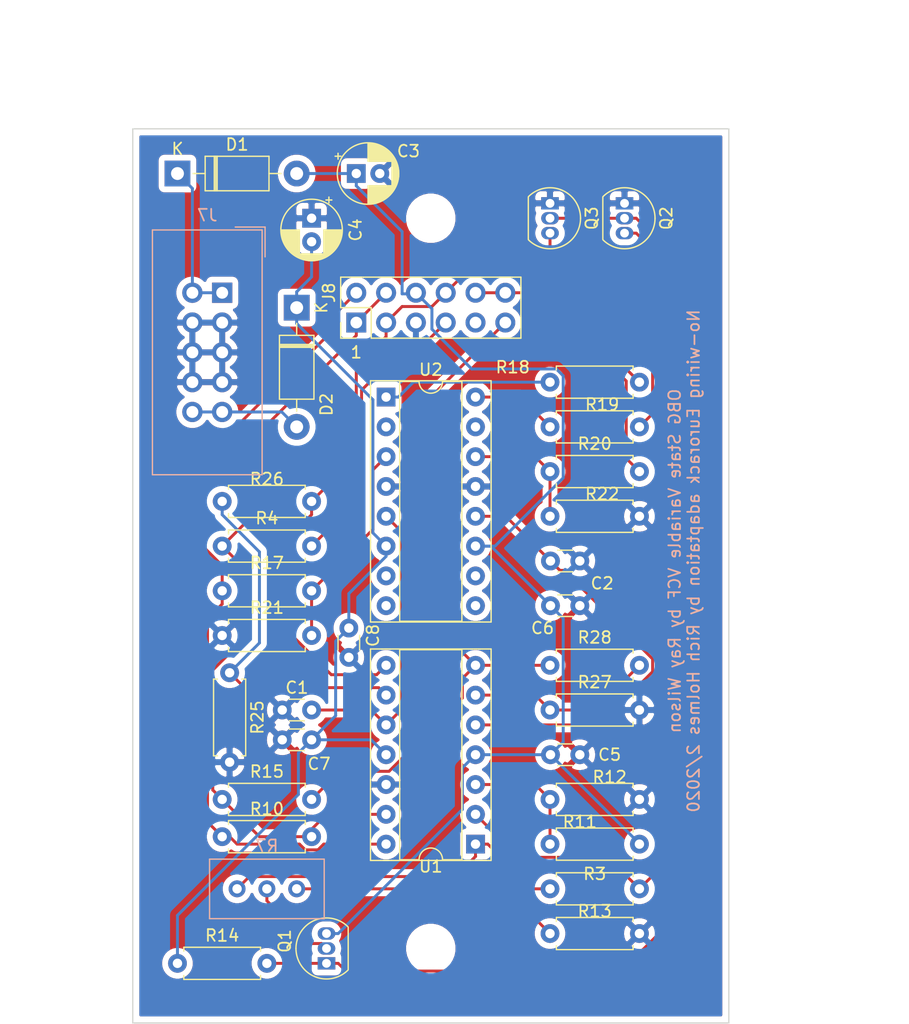
<source format=kicad_pcb>
(kicad_pcb (version 20171130) (host pcbnew 5.1.5-52549c5~84~ubuntu18.04.1)
  (layers (0 F.Cu signal) (31 B.Cu signal) (34 B.Paste user) (35 F.Paste user) (36 B.SilkS user) (37 F.SilkS user) (38 B.Mask user) (39 F.Mask user) (44 Edge.Cuts user))
  (net 0 "")
  (net 1 GND)
  (net 2 "Net-(C1-Pad1)")
  (net 3 "Net-(C2-Pad2)")
  (net 4 +12V)
  (net 5 -12V)
  (net 6 "Net-(D1-Pad1)")
  (net 7 "Net-(D2-Pad2)")
  (net 8 SigIn)
  (net 9 HP)
  (net 10 CVIn)
  (net 11 BP)
  (net 12 LP)
  (net 13 /VC)
  (net 14 "Net-(Q1-Pad2)")
  (net 15 "Net-(Q2-Pad3)")
  (net 16 "Net-(Q3-Pad3)")
  (net 17 "Net-(R3-Pad1)")
  (net 18 Res1)
  (net 19 "Net-(R13-Pad2)")
  (net 20 "Net-(R11-Pad1)")
  (net 21 "Net-(R17-Pad2)")
  (net 22 "Net-(R18-Pad2)")
  (net 23 "Net-(R19-Pad2)")
  (net 24 "Net-(R20-Pad1)")
  (net 25 "Net-(R25-Pad1)")
  (net 26 "Net-(R27-Pad1)")
  (net 27 "Net-(U2-Pad8)")
  (net 28 "Net-(U2-Pad15)")
  (net 29 "Net-(U2-Pad7)")
  (net 30 "Net-(U2-Pad10)")
  (net 31 "Net-(U2-Pad2)")
  (net 32 "Net-(U2-Pad9)")
  (net 33 "Net-(J8-Pad9)")
  (module Package_DIP:DIP-16_W7.62mm_Socket (layer F.Cu) (at 138.43 57.15)
    (fp_text reference U2 (at 3.81 -2.33) (layer F.SilkS))
    (fp_text value LM13700)
    (pad 16 thru_hole oval (at 7.62 0) (size 1.6 1.6) (drill 0.8) (layers *.Cu *.Mask) (net 23 "Net-(R19-Pad2)"))
    (pad 8 thru_hole oval (at 0 17.78) (size 1.6 1.6) (drill 0.8) (layers *.Cu *.Mask) (net 27 "Net-(U2-Pad8)"))
    (pad 15 thru_hole oval (at 7.62 2.54) (size 1.6 1.6) (drill 0.8) (layers *.Cu *.Mask) (net 28 "Net-(U2-Pad15)"))
    (pad 7 thru_hole oval (at 0 15.24) (size 1.6 1.6) (drill 0.8) (layers *.Cu *.Mask) (net 29 "Net-(U2-Pad7)"))
    (pad 14 thru_hole oval (at 7.62 5.08) (size 1.6 1.6) (drill 0.8) (layers *.Cu *.Mask) (net 24 "Net-(R20-Pad1)"))
    (pad 6 thru_hole oval (at 0 12.7) (size 1.6 1.6) (drill 0.8) (layers *.Cu *.Mask) (net 5 -12V))
    (pad 13 thru_hole oval (at 7.62 7.62) (size 1.6 1.6) (drill 0.8) (layers *.Cu *.Mask) (net 1 GND))
    (pad 5 thru_hole oval (at 0 10.16) (size 1.6 1.6) (drill 0.8) (layers *.Cu *.Mask) (net 2 "Net-(C1-Pad1)"))
    (pad 12 thru_hole oval (at 7.62 10.16) (size 1.6 1.6) (drill 0.8) (layers *.Cu *.Mask) (net 3 "Net-(C2-Pad2)"))
    (pad 4 thru_hole oval (at 0 7.62) (size 1.6 1.6) (drill 0.8) (layers *.Cu *.Mask) (net 1 GND))
    (pad 11 thru_hole oval (at 7.62 12.7) (size 1.6 1.6) (drill 0.8) (layers *.Cu *.Mask) (net 4 +12V))
    (pad 3 thru_hole oval (at 0 5.08) (size 1.6 1.6) (drill 0.8) (layers *.Cu *.Mask) (net 21 "Net-(R17-Pad2)"))
    (pad 10 thru_hole oval (at 7.62 15.24) (size 1.6 1.6) (drill 0.8) (layers *.Cu *.Mask) (net 30 "Net-(U2-Pad10)"))
    (pad 2 thru_hole oval (at 0 2.54) (size 1.6 1.6) (drill 0.8) (layers *.Cu *.Mask) (net 31 "Net-(U2-Pad2)"))
    (pad 9 thru_hole oval (at 7.62 17.78) (size 1.6 1.6) (drill 0.8) (layers *.Cu *.Mask) (net 32 "Net-(U2-Pad9)"))
    (pad 1 thru_hole rect (at 0 0) (size 1.6 1.6) (drill 0.8) (layers *.Cu *.Mask) (net 22 "Net-(R18-Pad2)"))
  )
  (module Potentiometer_THT:Potentiometer_Bourns_3296W_Vertical (layer B.Cu) (at 125.73 99.06 180)
    (fp_text reference R7 (at -2.54 3.66) (layer B.SilkS) (effects (justify mirror)))
    (fp_text value 100R)
    (pad 3 thru_hole circle (at -5.08 0 180) (size 1.44 1.44) (drill 0.8) (layers *.Cu *.Mask) (net 19 "Net-(R13-Pad2)"))
    (pad 2 thru_hole circle (at -2.54 0 180) (size 1.44 1.44) (drill 0.8) (layers *.Cu *.Mask) (net 14 "Net-(Q1-Pad2)"))
    (pad 1 thru_hole circle (at 0 0 180) (size 1.44 1.44) (drill 0.8) (layers *.Cu *.Mask) (net 17 "Net-(R3-Pad1)"))
  )
  (module Resistor_THT:R_Axial_DIN0207_L6.3mm_D2.5mm_P7.62mm_Horizontal (layer F.Cu) (at 120.65 105.41)
    (fp_text reference R14 (at 3.81 -2.37) (layer F.SilkS))
    (fp_text value 120k)
    (pad 2 thru_hole oval (at 7.62 0) (size 1.6 1.6) (drill 0.8) (layers *.Cu *.Mask) (net 13 /VC))
    (pad 1 thru_hole circle (at 0 0) (size 1.6 1.6) (drill 0.8) (layers *.Cu *.Mask) (net 5 -12V))
  )
  (module Resistor_THT:R_Axial_DIN0207_L6.3mm_D2.5mm_P7.62mm_Horizontal (layer F.Cu) (at 124.46 91.44)
    (fp_text reference R15 (at 3.81 -2.37) (layer F.SilkS))
    (fp_text value 47k)
    (pad 2 thru_hole oval (at 7.62 0) (size 1.6 1.6) (drill 0.8) (layers *.Cu *.Mask) (net 12 LP))
    (pad 1 thru_hole circle (at 0 0) (size 1.6 1.6) (drill 0.8) (layers *.Cu *.Mask) (net 8 SigIn))
  )
  (module Resistor_THT:R_Axial_DIN0207_L6.3mm_D2.5mm_P7.62mm_Horizontal (layer F.Cu) (at 124.46 94.615)
    (fp_text reference R10 (at 3.81 -2.37) (layer F.SilkS))
    (fp_text value 47k)
    (pad 2 thru_hole oval (at 7.62 0) (size 1.6 1.6) (drill 0.8) (layers *.Cu *.Mask) (net 8 SigIn))
    (pad 1 thru_hole circle (at 0 0) (size 1.6 1.6) (drill 0.8) (layers *.Cu *.Mask) (net 9 HP))
  )
  (module Resistor_THT:R_Axial_DIN0207_L6.3mm_D2.5mm_P7.62mm_Horizontal (layer F.Cu) (at 124.46 73.66)
    (fp_text reference R17 (at 3.81 -2.37) (layer F.SilkS))
    (fp_text value 100k)
    (pad 2 thru_hole oval (at 7.62 0) (size 1.6 1.6) (drill 0.8) (layers *.Cu *.Mask) (net 21 "Net-(R17-Pad2)"))
    (pad 1 thru_hole circle (at 0 0) (size 1.6 1.6) (drill 0.8) (layers *.Cu *.Mask) (net 9 HP))
  )
  (module Diode_THT:D_DO-41_SOD81_P10.16mm_Horizontal (layer F.Cu) (at 130.81 49.53 270)
    (fp_text reference D2 (at 8.255 -2.54 90) (layer F.SilkS))
    (fp_text value 1N5817)
    (fp_text user K (at 0 -2.1 90) (layer F.SilkS))
    (pad 2 thru_hole oval (at 10.16 0 270) (size 2.2 2.2) (drill 1.1) (layers *.Cu *.Mask) (net 7 "Net-(D2-Pad2)"))
    (pad 1 thru_hole rect (at 0 0 270) (size 2.2 2.2) (drill 1.1) (layers *.Cu *.Mask) (net 5 -12V))
  )
  (module Connector_IDC:IDC-Header_2x05_P2.54mm_Vertical (layer B.Cu) (at 124.46 48.26 180)
    (fp_text reference J7 (at 1.27 6.604) (layer B.SilkS) (effects (justify mirror)))
    (fp_text value EURO_PWR_2x5)
    (pad 10 thru_hole oval (at 2.54 -10.16 180) (size 1.7272 1.7272) (drill 1.016) (layers *.Cu *.Mask) (net 7 "Net-(D2-Pad2)"))
    (pad 9 thru_hole oval (at 0 -10.16 180) (size 1.7272 1.7272) (drill 1.016) (layers *.Cu *.Mask) (net 7 "Net-(D2-Pad2)"))
    (pad 8 thru_hole oval (at 2.54 -7.62 180) (size 1.7272 1.7272) (drill 1.016) (layers *.Cu *.Mask) (net 1 GND))
    (pad 7 thru_hole oval (at 0 -7.62 180) (size 1.7272 1.7272) (drill 1.016) (layers *.Cu *.Mask) (net 1 GND))
    (pad 6 thru_hole oval (at 2.54 -5.08 180) (size 1.7272 1.7272) (drill 1.016) (layers *.Cu *.Mask) (net 1 GND))
    (pad 5 thru_hole oval (at 0 -5.08 180) (size 1.7272 1.7272) (drill 1.016) (layers *.Cu *.Mask) (net 1 GND))
    (pad 4 thru_hole oval (at 2.54 -2.54 180) (size 1.7272 1.7272) (drill 1.016) (layers *.Cu *.Mask) (net 1 GND))
    (pad 3 thru_hole oval (at 0 -2.54 180) (size 1.7272 1.7272) (drill 1.016) (layers *.Cu *.Mask) (net 1 GND))
    (pad 2 thru_hole oval (at 2.54 0 180) (size 1.7272 1.7272) (drill 1.016) (layers *.Cu *.Mask) (net 6 "Net-(D1-Pad1)"))
    (pad 1 thru_hole rect (at 0 0 180) (size 1.7272 1.7272) (drill 1.016) (layers *.Cu *.Mask) (net 6 "Net-(D1-Pad1)"))
  )
  (module Capacitor_THT:CP_Radial_D5.0mm_P2.00mm (layer F.Cu) (at 132.08 41.91 270)
    (fp_text reference C4 (at 1 -3.75 90) (layer F.SilkS))
    (fp_text value 10U)
    (pad 2 thru_hole circle (at 2 0 270) (size 1.6 1.6) (drill 0.8) (layers *.Cu *.Mask) (net 5 -12V))
    (pad 1 thru_hole rect (at 0 0 270) (size 1.6 1.6) (drill 0.8) (layers *.Cu *.Mask) (net 1 GND))
  )
  (module Package_TO_SOT_THT:TO-92_Inline (layer F.Cu) (at 152.4 40.64 270)
    (fp_text reference Q3 (at 1.27 -3.56 90) (layer F.SilkS))
    (fp_text value 2N3906)
    (pad 1 thru_hole rect (at 0 0 270) (size 1.05 1.5) (drill 0.75) (layers *.Cu *.Mask) (net 1 GND))
    (pad 3 thru_hole oval (at 2.54 0 270) (size 1.05 1.5) (drill 0.75) (layers *.Cu *.Mask) (net 16 "Net-(Q3-Pad3)"))
    (pad 2 thru_hole oval (at 1.27 0 270) (size 1.05 1.5) (drill 0.75) (layers *.Cu *.Mask) (net 13 /VC))
  )
  (module Package_TO_SOT_THT:TO-92_Inline (layer F.Cu) (at 158.75 40.64 270)
    (fp_text reference Q2 (at 1.27 -3.56 90) (layer F.SilkS))
    (fp_text value 2N3906)
    (pad 1 thru_hole rect (at 0 0 270) (size 1.05 1.5) (drill 0.75) (layers *.Cu *.Mask) (net 1 GND))
    (pad 3 thru_hole oval (at 2.54 0 270) (size 1.05 1.5) (drill 0.75) (layers *.Cu *.Mask) (net 15 "Net-(Q2-Pad3)"))
    (pad 2 thru_hole oval (at 1.27 0 270) (size 1.05 1.5) (drill 0.75) (layers *.Cu *.Mask) (net 13 /VC))
  )
  (module Resistor_THT:R_Axial_DIN0207_L6.3mm_D2.5mm_P7.62mm_Horizontal (layer F.Cu) (at 160.02 102.87 180)
    (fp_text reference R13 (at 3.81 1.905) (layer F.SilkS))
    (fp_text value 470R)
    (pad 2 thru_hole oval (at 7.62 0 180) (size 1.6 1.6) (drill 0.8) (layers *.Cu *.Mask) (net 19 "Net-(R13-Pad2)"))
    (pad 1 thru_hole circle (at 0 0 180) (size 1.6 1.6) (drill 0.8) (layers *.Cu *.Mask) (net 1 GND))
  )
  (module Resistor_THT:R_Axial_DIN0207_L6.3mm_D2.5mm_P7.62mm_Horizontal (layer F.Cu) (at 152.4 99.06)
    (fp_text reference R3 (at 3.81 -1.27) (layer F.SilkS))
    (fp_text value 2k)
    (pad 2 thru_hole oval (at 7.62 0) (size 1.6 1.6) (drill 0.8) (layers *.Cu *.Mask) (net 10 CVIn))
    (pad 1 thru_hole circle (at 0 0) (size 1.6 1.6) (drill 0.8) (layers *.Cu *.Mask) (net 17 "Net-(R3-Pad1)"))
  )
  (module Resistor_THT:R_Axial_DIN0207_L6.3mm_D2.5mm_P7.62mm_Horizontal (layer F.Cu) (at 152.4 80.01)
    (fp_text reference R28 (at 3.81 -2.37) (layer F.SilkS))
    (fp_text value 150k)
    (pad 2 thru_hole oval (at 7.62 0) (size 1.6 1.6) (drill 0.8) (layers *.Cu *.Mask) (net 26 "Net-(R27-Pad1)"))
    (pad 1 thru_hole circle (at 0 0) (size 1.6 1.6) (drill 0.8) (layers *.Cu *.Mask) (net 12 LP))
  )
  (module Resistor_THT:R_Axial_DIN0207_L6.3mm_D2.5mm_P7.62mm_Horizontal (layer F.Cu) (at 152.4 95.25)
    (fp_text reference R11 (at 2.54 -1.905) (layer F.SilkS))
    (fp_text value 100k)
    (pad 2 thru_hole oval (at 7.62 0) (size 1.6 1.6) (drill 0.8) (layers *.Cu *.Mask) (net 4 +12V))
    (pad 1 thru_hole circle (at 0 0) (size 1.6 1.6) (drill 0.8) (layers *.Cu *.Mask) (net 20 "Net-(R11-Pad1)"))
  )
  (module Resistor_THT:R_Axial_DIN0207_L6.3mm_D2.5mm_P7.62mm_Horizontal (layer F.Cu) (at 124.46 77.47)
    (fp_text reference R21 (at 3.81 -2.37) (layer F.SilkS))
    (fp_text value 1k)
    (pad 2 thru_hole oval (at 7.62 0) (size 1.6 1.6) (drill 0.8) (layers *.Cu *.Mask) (net 21 "Net-(R17-Pad2)"))
    (pad 1 thru_hole circle (at 0 0) (size 1.6 1.6) (drill 0.8) (layers *.Cu *.Mask) (net 1 GND))
  )
  (module Resistor_THT:R_Axial_DIN0207_L6.3mm_D2.5mm_P7.62mm_Horizontal (layer F.Cu) (at 132.08 66.04 180)
    (fp_text reference R26 (at 3.81 1.905) (layer F.SilkS))
    (fp_text value 150k)
    (pad 2 thru_hole oval (at 7.62 0 180) (size 1.6 1.6) (drill 0.8) (layers *.Cu *.Mask) (net 25 "Net-(R25-Pad1)"))
    (pad 1 thru_hole circle (at 0 0 180) (size 1.6 1.6) (drill 0.8) (layers *.Cu *.Mask) (net 11 BP))
  )
  (module Resistor_THT:R_Axial_DIN0207_L6.3mm_D2.5mm_P7.62mm_Horizontal (layer F.Cu) (at 124.46 69.85)
    (fp_text reference R4 (at 3.81 -2.37) (layer F.SilkS))
    (fp_text value 47k)
    (pad 2 thru_hole oval (at 7.62 0) (size 1.6 1.6) (drill 0.8) (layers *.Cu *.Mask) (net 18 Res1))
    (pad 1 thru_hole circle (at 0 0) (size 1.6 1.6) (drill 0.8) (layers *.Cu *.Mask) (net 8 SigIn))
  )
  (module Resistor_THT:R_Axial_DIN0207_L6.3mm_D2.5mm_P7.62mm_Horizontal (layer F.Cu) (at 125.095 80.645 270)
    (fp_text reference R25 (at 3.81 -2.37 90) (layer F.SilkS))
    (fp_text value 39k)
    (pad 2 thru_hole oval (at 7.62 0 270) (size 1.6 1.6) (drill 0.8) (layers *.Cu *.Mask) (net 1 GND))
    (pad 1 thru_hole circle (at 0 0 270) (size 1.6 1.6) (drill 0.8) (layers *.Cu *.Mask) (net 25 "Net-(R25-Pad1)"))
  )
  (module MountingHole:MountingHole_3.2mm_M3 (layer F.Cu) (at 142.24 104.14)
    (fp_text reference REF** hide)
    (fp_text value MountingHole_3.2mm_M3)
    (pad 1 np_thru_hole circle (at 0 0) (size 3.2 3.2) (drill 3.2) (layers *.Cu *.Mask))
  )
  (module MountingHole:MountingHole_3.2mm_M3 (layer F.Cu) (at 142.24 41.91)
    (fp_text reference REF** hide)
    (fp_text value MountingHole_3.2mm_M3)
    (pad 1 np_thru_hole circle (at 0 0) (size 3.2 3.2) (drill 3.2) (layers *.Cu *.Mask))
  )
  (module Connector_PinHeader_2.54mm:PinHeader_2x06_P2.54mm_Vertical (layer F.Cu) (at 135.89 50.8 90)
    (fp_text reference J8 (at 2.54 -2.33 90) (layer F.SilkS))
    (fp_text value Conn_02x06_Odd_Even)
    (pad 1 thru_hole rect (at 0 0 90) (size 1.7 1.7) (drill 1) (layers *.Cu *.Mask) (net 8 SigIn))
    (pad 2 thru_hole oval (at 2.54 0 90) (size 1.7 1.7) (drill 1) (layers *.Cu *.Mask) (net 9 HP))
    (pad 3 thru_hole oval (at 0 2.54 90) (size 1.7 1.7) (drill 1) (layers *.Cu *.Mask) (net 11 BP))
    (pad 4 thru_hole oval (at 2.54 2.54 90) (size 1.7 1.7) (drill 1) (layers *.Cu *.Mask) (net 8 SigIn))
    (pad 5 thru_hole oval (at 0 5.08 90) (size 1.7 1.7) (drill 1) (layers *.Cu *.Mask) (net 1 GND))
    (pad 6 thru_hole oval (at 2.54 5.08 90) (size 1.7 1.7) (drill 1) (layers *.Cu *.Mask) (net 4 +12V))
    (pad 7 thru_hole oval (at 0 7.62 90) (size 1.7 1.7) (drill 1) (layers *.Cu *.Mask) (net 18 Res1))
    (pad 8 thru_hole oval (at 2.54 7.62 90) (size 1.7 1.7) (drill 1) (layers *.Cu *.Mask) (net 11 BP))
    (pad 9 thru_hole oval (at 0 10.16 90) (size 1.7 1.7) (drill 1) (layers *.Cu *.Mask) (net 33 "Net-(J8-Pad9)"))
    (pad 10 thru_hole oval (at 2.54 10.16 90) (size 1.7 1.7) (drill 1) (layers *.Cu *.Mask) (net 10 CVIn))
    (pad 11 thru_hole oval (at 0 12.7 90) (size 1.7 1.7) (drill 1) (layers *.Cu *.Mask) (net 12 LP))
    (pad 12 thru_hole oval (at 2.54 12.7 90) (size 1.7 1.7) (drill 1) (layers *.Cu *.Mask) (net 10 CVIn))
  )
  (module Package_DIP:DIP-14_W7.62mm_Socket (layer F.Cu) (at 146.05 95.25 180)
    (fp_text reference U1 (at 3.81 -1.905) (layer F.SilkS))
    (fp_text value TL084)
    (pad 14 thru_hole oval (at 7.62 0 180) (size 1.6 1.6) (drill 0.8) (layers *.Cu *.Mask) (net 9 HP))
    (pad 7 thru_hole oval (at 0 15.24 180) (size 1.6 1.6) (drill 0.8) (layers *.Cu *.Mask) (net 12 LP))
    (pad 13 thru_hole oval (at 7.62 2.54 180) (size 1.6 1.6) (drill 0.8) (layers *.Cu *.Mask) (net 8 SigIn))
    (pad 6 thru_hole oval (at 0 12.7 180) (size 1.6 1.6) (drill 0.8) (layers *.Cu *.Mask) (net 26 "Net-(R27-Pad1)"))
    (pad 12 thru_hole oval (at 7.62 5.08 180) (size 1.6 1.6) (drill 0.8) (layers *.Cu *.Mask) (net 1 GND))
    (pad 5 thru_hole oval (at 0 10.16 180) (size 1.6 1.6) (drill 0.8) (layers *.Cu *.Mask) (net 3 "Net-(C2-Pad2)"))
    (pad 11 thru_hole oval (at 7.62 7.62 180) (size 1.6 1.6) (drill 0.8) (layers *.Cu *.Mask) (net 5 -12V))
    (pad 4 thru_hole oval (at 0 7.62 180) (size 1.6 1.6) (drill 0.8) (layers *.Cu *.Mask) (net 4 +12V))
    (pad 10 thru_hole oval (at 7.62 10.16 180) (size 1.6 1.6) (drill 0.8) (layers *.Cu *.Mask) (net 2 "Net-(C1-Pad1)"))
    (pad 3 thru_hole oval (at 0 5.08 180) (size 1.6 1.6) (drill 0.8) (layers *.Cu *.Mask) (net 20 "Net-(R11-Pad1)"))
    (pad 9 thru_hole oval (at 7.62 12.7 180) (size 1.6 1.6) (drill 0.8) (layers *.Cu *.Mask) (net 25 "Net-(R25-Pad1)"))
    (pad 2 thru_hole oval (at 0 2.54 180) (size 1.6 1.6) (drill 0.8) (layers *.Cu *.Mask) (net 10 CVIn))
    (pad 8 thru_hole oval (at 7.62 15.24 180) (size 1.6 1.6) (drill 0.8) (layers *.Cu *.Mask) (net 11 BP))
    (pad 1 thru_hole rect (at 0 0 180) (size 1.6 1.6) (drill 0.8) (layers *.Cu *.Mask) (net 17 "Net-(R3-Pad1)"))
  )
  (module Resistor_THT:R_Axial_DIN0207_L6.3mm_D2.5mm_P7.62mm_Horizontal (layer F.Cu) (at 152.4 83.82)
    (fp_text reference R27 (at 3.81 -2.37) (layer F.SilkS))
    (fp_text value 39k)
    (pad 2 thru_hole oval (at 7.62 0) (size 1.6 1.6) (drill 0.8) (layers *.Cu *.Mask) (net 1 GND))
    (pad 1 thru_hole circle (at 0 0) (size 1.6 1.6) (drill 0.8) (layers *.Cu *.Mask) (net 26 "Net-(R27-Pad1)"))
  )
  (module Resistor_THT:R_Axial_DIN0207_L6.3mm_D2.5mm_P7.62mm_Horizontal (layer F.Cu) (at 160.02 67.31 180)
    (fp_text reference R22 (at 3.175 1.905) (layer F.SilkS))
    (fp_text value 1k)
    (pad 2 thru_hole oval (at 7.62 0 180) (size 1.6 1.6) (drill 0.8) (layers *.Cu *.Mask) (net 24 "Net-(R20-Pad1)"))
    (pad 1 thru_hole circle (at 0 0 180) (size 1.6 1.6) (drill 0.8) (layers *.Cu *.Mask) (net 1 GND))
  )
  (module Resistor_THT:R_Axial_DIN0207_L6.3mm_D2.5mm_P7.62mm_Horizontal (layer F.Cu) (at 152.4 63.5)
    (fp_text reference R20 (at 3.81 -2.37) (layer F.SilkS))
    (fp_text value 100k)
    (pad 2 thru_hole oval (at 7.62 0) (size 1.6 1.6) (drill 0.8) (layers *.Cu *.Mask) (net 11 BP))
    (pad 1 thru_hole circle (at 0 0) (size 1.6 1.6) (drill 0.8) (layers *.Cu *.Mask) (net 24 "Net-(R20-Pad1)"))
  )
  (module Resistor_THT:R_Axial_DIN0207_L6.3mm_D2.5mm_P7.62mm_Horizontal (layer F.Cu) (at 160.02 59.69 180)
    (fp_text reference R19 (at 3.175 1.905) (layer F.SilkS))
    (fp_text value 20k)
    (pad 2 thru_hole oval (at 7.62 0 180) (size 1.6 1.6) (drill 0.8) (layers *.Cu *.Mask) (net 23 "Net-(R19-Pad2)"))
    (pad 1 thru_hole circle (at 0 0 180) (size 1.6 1.6) (drill 0.8) (layers *.Cu *.Mask) (net 15 "Net-(Q2-Pad3)"))
  )
  (module Resistor_THT:R_Axial_DIN0207_L6.3mm_D2.5mm_P7.62mm_Horizontal (layer F.Cu) (at 160.02 55.88 180)
    (fp_text reference R18 (at 10.795 1.27) (layer F.SilkS))
    (fp_text value 20k)
    (pad 2 thru_hole oval (at 7.62 0 180) (size 1.6 1.6) (drill 0.8) (layers *.Cu *.Mask) (net 22 "Net-(R18-Pad2)"))
    (pad 1 thru_hole circle (at 0 0 180) (size 1.6 1.6) (drill 0.8) (layers *.Cu *.Mask) (net 16 "Net-(Q3-Pad3)"))
  )
  (module Resistor_THT:R_Axial_DIN0207_L6.3mm_D2.5mm_P7.62mm_Horizontal (layer F.Cu) (at 160.02 91.44 180)
    (fp_text reference R12 (at 2.54 1.905) (layer F.SilkS))
    (fp_text value 2k)
    (pad 2 thru_hole oval (at 7.62 0 180) (size 1.6 1.6) (drill 0.8) (layers *.Cu *.Mask) (net 20 "Net-(R11-Pad1)"))
    (pad 1 thru_hole circle (at 0 0 180) (size 1.6 1.6) (drill 0.8) (layers *.Cu *.Mask) (net 1 GND))
  )
  (module Package_TO_SOT_THT:TO-92_Inline (layer F.Cu) (at 133.35 105.41 90)
    (fp_text reference Q1 (at 1.905 -3.56 90) (layer F.SilkS))
    (fp_text value 2N3904)
    (pad 1 thru_hole rect (at 0 0 90) (size 1.05 1.5) (drill 0.75) (layers *.Cu *.Mask) (net 13 /VC))
    (pad 3 thru_hole oval (at 2.54 0 90) (size 1.05 1.5) (drill 0.75) (layers *.Cu *.Mask) (net 4 +12V))
    (pad 2 thru_hole oval (at 1.27 0 90) (size 1.05 1.5) (drill 0.75) (layers *.Cu *.Mask) (net 14 "Net-(Q1-Pad2)"))
  )
  (module Diode_THT:D_DO-41_SOD81_P10.16mm_Horizontal (layer F.Cu) (at 120.65 38.1)
    (fp_text reference D1 (at 5.08 -2.47) (layer F.SilkS))
    (fp_text value 1N5817)
    (fp_text user K (at 0 -2.1) (layer F.SilkS))
    (pad 2 thru_hole oval (at 10.16 0) (size 2.2 2.2) (drill 1.1) (layers *.Cu *.Mask) (net 4 +12V))
    (pad 1 thru_hole rect (at 0 0) (size 2.2 2.2) (drill 1.1) (layers *.Cu *.Mask) (net 6 "Net-(D1-Pad1)"))
  )
  (module Capacitor_THT:C_Disc_D3.0mm_W1.6mm_P2.50mm (layer F.Cu) (at 135.255 76.835 270)
    (fp_text reference C8 (at 0.635 -2.05 90) (layer F.SilkS))
    (fp_text value 0.01U)
    (pad 2 thru_hole circle (at 2.5 0 270) (size 1.6 1.6) (drill 0.8) (layers *.Cu *.Mask) (net 1 GND))
    (pad 1 thru_hole circle (at 0 0 270) (size 1.6 1.6) (drill 0.8) (layers *.Cu *.Mask) (net 5 -12V))
  )
  (module Capacitor_THT:C_Disc_D3.0mm_W1.6mm_P2.50mm (layer F.Cu) (at 132.08 86.36 180)
    (fp_text reference C7 (at -0.635 -2.05) (layer F.SilkS))
    (fp_text value 0.01U)
    (pad 2 thru_hole circle (at 2.5 0 180) (size 1.6 1.6) (drill 0.8) (layers *.Cu *.Mask) (net 1 GND))
    (pad 1 thru_hole circle (at 0 0 180) (size 1.6 1.6) (drill 0.8) (layers *.Cu *.Mask) (net 5 -12V))
  )
  (module Capacitor_THT:C_Disc_D3.0mm_W1.6mm_P2.50mm (layer F.Cu) (at 154.94 74.93 180)
    (fp_text reference C6 (at 3.175 -1.905) (layer F.SilkS))
    (fp_text value 0.01U)
    (pad 2 thru_hole circle (at 2.5 0 180) (size 1.6 1.6) (drill 0.8) (layers *.Cu *.Mask) (net 4 +12V))
    (pad 1 thru_hole circle (at 0 0 180) (size 1.6 1.6) (drill 0.8) (layers *.Cu *.Mask) (net 1 GND))
  )
  (module Capacitor_THT:C_Disc_D3.0mm_W1.6mm_P2.50mm (layer F.Cu) (at 154.94 87.63 180)
    (fp_text reference C5 (at -2.54 0) (layer F.SilkS))
    (fp_text value 0.01U)
    (pad 2 thru_hole circle (at 2.5 0 180) (size 1.6 1.6) (drill 0.8) (layers *.Cu *.Mask) (net 4 +12V))
    (pad 1 thru_hole circle (at 0 0 180) (size 1.6 1.6) (drill 0.8) (layers *.Cu *.Mask) (net 1 GND))
  )
  (module Capacitor_THT:CP_Radial_D5.0mm_P2.00mm (layer F.Cu) (at 135.89 38.1)
    (fp_text reference C3 (at 4.445 -1.905) (layer F.SilkS))
    (fp_text value 10U)
    (pad 2 thru_hole circle (at 2 0) (size 1.6 1.6) (drill 0.8) (layers *.Cu *.Mask) (net 1 GND))
    (pad 1 thru_hole rect (at 0 0) (size 1.6 1.6) (drill 0.8) (layers *.Cu *.Mask) (net 4 +12V))
  )
  (module Capacitor_THT:C_Disc_D3.0mm_W1.6mm_P2.50mm (layer F.Cu) (at 154.94 71.12 180)
    (fp_text reference C2 (at -1.905 -1.905) (layer F.SilkS))
    (fp_text value 470pF)
    (pad 2 thru_hole circle (at 2.5 0 180) (size 1.6 1.6) (drill 0.8) (layers *.Cu *.Mask) (net 3 "Net-(C2-Pad2)"))
    (pad 1 thru_hole circle (at 0 0 180) (size 1.6 1.6) (drill 0.8) (layers *.Cu *.Mask) (net 1 GND))
  )
  (module Capacitor_THT:C_Disc_D3.0mm_W1.6mm_P2.50mm (layer F.Cu) (at 132.08 83.82 180)
    (fp_text reference C1 (at 1.25 1.905) (layer F.SilkS))
    (fp_text value 470pF)
    (pad 2 thru_hole circle (at 2.5 0 180) (size 1.6 1.6) (drill 0.8) (layers *.Cu *.Mask) (net 1 GND))
    (pad 1 thru_hole circle (at 0 0 180) (size 1.6 1.6) (drill 0.8) (layers *.Cu *.Mask) (net 2 "Net-(C1-Pad1)"))
  )
  (gr_text "OBG State Variable VCF by Ray Wilson\nNo-wiring Eurorack adaptation by Rich Holmes 2/2020" (at 163.83 71.12 90) (layer B.SilkS) (effects (font (size 1 1)) (justify mirror)))
  (gr_text 1 (at 135.89 53.34) (layer F.SilkS) (effects (font (size 1 1))))
  (gr_line (start 167.64 34.29) (end 116.84 34.29) (layer Edge.Cuts) (width 0.1))
  (gr_line (start 167.64 110.49) (end 167.64 34.29) (layer Edge.Cuts) (width 0.1))
  (gr_line (start 116.84 110.49) (end 167.64 110.49) (layer Edge.Cuts) (width 0.1))
  (gr_line (start 116.84 34.29) (end 116.84 110.49) (layer Edge.Cuts) (width 0.1))
  (segment (start 139.7 83.82) (end 138.43 85.09) (width 0.25) (layer F.Cu) (net 2))
  (segment (start 139.7 68.58) (end 139.7 83.82) (width 0.25) (layer F.Cu) (net 2))
  (segment (start 138.43 67.31) (end 139.7 68.58) (width 0.25) (layer F.Cu) (net 2))
  (segment (start 137.16 83.82) (end 138.43 85.09) (width 0.25) (layer F.Cu) (net 2))
  (segment (start 132.08 83.82) (end 137.16 83.82) (width 0.25) (layer F.Cu) (net 2))
  (segment (start 148.63 67.31) (end 152.44 71.12) (width 0.25) (layer F.Cu) (net 3))
  (segment (start 146.05 67.31) (end 148.63 67.31) (width 0.25) (layer F.Cu) (net 3))
  (segment (start 153.239999 71.919999) (end 152.44 71.12) (width 0.25) (layer F.Cu) (net 3))
  (segment (start 161.145001 79.469999) (end 153.595001 71.919999) (width 0.25) (layer F.Cu) (net 3))
  (segment (start 161.145001 80.550001) (end 161.145001 79.469999) (width 0.25) (layer F.Cu) (net 3))
  (segment (start 156.605002 85.09) (end 161.145001 80.550001) (width 0.25) (layer F.Cu) (net 3))
  (segment (start 153.595001 71.919999) (end 153.239999 71.919999) (width 0.25) (layer F.Cu) (net 3))
  (segment (start 146.05 85.09) (end 156.605002 85.09) (width 0.25) (layer F.Cu) (net 3))
  (segment (start 147.36 69.85) (end 152.44 74.93) (width 0.25) (layer B.Cu) (net 4))
  (segment (start 146.05 69.85) (end 147.36 69.85) (width 0.25) (layer B.Cu) (net 4))
  (segment (start 153.525001 86.544999) (end 152.44 87.63) (width 0.25) (layer B.Cu) (net 4))
  (segment (start 153.525001 76.015001) (end 153.525001 86.544999) (width 0.25) (layer B.Cu) (net 4))
  (segment (start 152.44 74.93) (end 153.525001 76.015001) (width 0.25) (layer B.Cu) (net 4))
  (segment (start 152.44 87.63) (end 146.05 87.63) (width 0.25) (layer B.Cu) (net 4))
  (segment (start 160.02 95.21) (end 160.02 95.25) (width 0.25) (layer B.Cu) (net 4))
  (segment (start 152.44 87.63) (end 160.02 95.21) (width 0.25) (layer B.Cu) (net 4))
  (segment (start 134.35 102.87) (end 133.35 102.87) (width 0.25) (layer B.Cu) (net 4))
  (segment (start 144.924999 92.295001) (end 134.35 102.87) (width 0.25) (layer B.Cu) (net 4))
  (segment (start 144.924999 88.755001) (end 144.924999 92.295001) (width 0.25) (layer B.Cu) (net 4))
  (segment (start 146.05 87.63) (end 144.924999 88.755001) (width 0.25) (layer B.Cu) (net 4))
  (segment (start 140.875001 48.354999) (end 140.97 48.26) (width 0.25) (layer B.Cu) (net 4))
  (segment (start 139.794999 48.354999) (end 140.875001 48.354999) (width 0.25) (layer B.Cu) (net 4))
  (segment (start 130.81 38.1) (end 135.89 38.1) (width 0.25) (layer B.Cu) (net 4))
  (segment (start 139.794999 43.054999) (end 139.794999 48.354999) (width 0.25) (layer B.Cu) (net 4))
  (segment (start 135.89 39.15) (end 139.794999 43.054999) (width 0.25) (layer B.Cu) (net 4))
  (segment (start 135.89 38.1) (end 135.89 39.15) (width 0.25) (layer B.Cu) (net 4))
  (segment (start 147.715002 69.85) (end 146.05 69.85) (width 0.25) (layer B.Cu) (net 4))
  (segment (start 153.525001 64.040001) (end 147.715002 69.85) (width 0.25) (layer B.Cu) (net 4))
  (segment (start 153.525001 55.339999) (end 153.525001 64.040001) (width 0.25) (layer B.Cu) (net 4))
  (segment (start 152.940001 54.754999) (end 153.525001 55.339999) (width 0.25) (layer B.Cu) (net 4))
  (segment (start 145.725997 54.754999) (end 152.940001 54.754999) (width 0.25) (layer B.Cu) (net 4))
  (segment (start 142.334999 51.364001) (end 145.725997 54.754999) (width 0.25) (layer B.Cu) (net 4))
  (segment (start 142.334999 49.624999) (end 142.334999 51.364001) (width 0.25) (layer B.Cu) (net 4))
  (segment (start 140.97 48.26) (end 142.334999 49.624999) (width 0.25) (layer B.Cu) (net 4))
  (segment (start 132.08 46.91) (end 132.08 43.91) (width 0.25) (layer B.Cu) (net 5))
  (segment (start 130.81 48.18) (end 132.08 46.91) (width 0.25) (layer B.Cu) (net 5))
  (segment (start 130.81 49.53) (end 130.81 48.18) (width 0.25) (layer B.Cu) (net 5))
  (segment (start 137.304999 68.724999) (end 138.43 69.85) (width 0.25) (layer B.Cu) (net 5))
  (segment (start 137.304999 57.374999) (end 137.304999 68.724999) (width 0.25) (layer B.Cu) (net 5))
  (segment (start 130.81 50.88) (end 137.304999 57.374999) (width 0.25) (layer B.Cu) (net 5))
  (segment (start 130.81 49.53) (end 130.81 50.88) (width 0.25) (layer B.Cu) (net 5))
  (segment (start 137.16 86.36) (end 138.43 87.63) (width 0.25) (layer B.Cu) (net 5))
  (segment (start 132.08 86.36) (end 137.16 86.36) (width 0.25) (layer B.Cu) (net 5))
  (segment (start 120.65 101.323398) (end 120.65 105.41) (width 0.25) (layer B.Cu) (net 5))
  (segment (start 130.954999 91.018399) (end 120.65 101.323398) (width 0.25) (layer B.Cu) (net 5))
  (segment (start 130.954999 87.485001) (end 130.954999 91.018399) (width 0.25) (layer B.Cu) (net 5))
  (segment (start 132.08 86.36) (end 130.954999 87.485001) (width 0.25) (layer B.Cu) (net 5))
  (segment (start 135.255 73.899998) (end 135.255 76.835) (width 0.25) (layer B.Cu) (net 5))
  (segment (start 138.43 70.724998) (end 135.255 73.899998) (width 0.25) (layer B.Cu) (net 5))
  (segment (start 138.43 69.85) (end 138.43 70.724998) (width 0.25) (layer B.Cu) (net 5))
  (segment (start 134.129999 84.310001) (end 132.08 86.36) (width 0.25) (layer B.Cu) (net 5))
  (segment (start 135.255 76.835) (end 134.129999 77.960001) (width 0.25) (layer B.Cu) (net 5))
  (segment (start 134.129999 77.960001) (end 134.129999 84.310001) (width 0.25) (layer B.Cu) (net 5))
  (segment (start 121.92 48.26) (end 124.46 48.26) (width 0.25) (layer B.Cu) (net 6))
  (segment (start 121.92 39.37) (end 120.65 38.1) (width 0.25) (layer B.Cu) (net 6))
  (segment (start 121.92 48.26) (end 121.92 39.37) (width 0.25) (layer B.Cu) (net 6))
  (segment (start 121.92 58.42) (end 124.46 58.42) (width 0.25) (layer B.Cu) (net 7))
  (segment (start 129.54 58.42) (end 130.81 59.69) (width 0.25) (layer B.Cu) (net 7))
  (segment (start 124.46 58.42) (end 129.54 58.42) (width 0.25) (layer B.Cu) (net 7))
  (segment (start 135.89 50.8) (end 138.43 48.26) (width 0.25) (layer F.Cu) (net 8))
  (segment (start 132.08 93.98) (end 133.35 92.71) (width 0.25) (layer F.Cu) (net 8))
  (segment (start 133.35 92.71) (end 138.43 92.71) (width 0.25) (layer F.Cu) (net 8))
  (segment (start 127.635 94.615) (end 124.46 91.44) (width 0.25) (layer F.Cu) (net 8))
  (segment (start 132.08 94.615) (end 127.635 94.615) (width 0.25) (layer F.Cu) (net 8))
  (segment (start 123.660001 90.640001) (end 124.46 91.44) (width 0.25) (layer F.Cu) (net 8))
  (segment (start 123.660001 80.414997) (end 123.660001 90.640001) (width 0.25) (layer F.Cu) (net 8))
  (segment (start 126.365 77.709998) (end 123.660001 80.414997) (width 0.25) (layer F.Cu) (net 8))
  (segment (start 124.46 69.85) (end 126.365 71.755) (width 0.25) (layer F.Cu) (net 8))
  (segment (start 126.365 71.755) (end 126.365 77.709998) (width 0.25) (layer F.Cu) (net 8))
  (segment (start 126.365 67.945) (end 124.46 69.85) (width 0.25) (layer F.Cu) (net 8))
  (segment (start 126.365 61.425) (end 126.365 67.945) (width 0.25) (layer F.Cu) (net 8))
  (segment (start 135.89 50.8) (end 135.89 51.9) (width 0.25) (layer F.Cu) (net 8))
  (segment (start 135.89 51.9) (end 126.365 61.425) (width 0.25) (layer F.Cu) (net 8))
  (segment (start 133.110002 95.25) (end 138.43 95.25) (width 0.25) (layer F.Cu) (net 9))
  (segment (start 132.620001 95.740001) (end 133.110002 95.25) (width 0.25) (layer F.Cu) (net 9))
  (segment (start 131.539999 95.740001) (end 132.620001 95.740001) (width 0.25) (layer F.Cu) (net 9))
  (segment (start 131.049998 95.25) (end 131.539999 95.740001) (width 0.25) (layer F.Cu) (net 9))
  (segment (start 124.46 93.98) (end 125.73 95.25) (width 0.25) (layer F.Cu) (net 9))
  (segment (start 125.73 95.25) (end 131.049998 95.25) (width 0.25) (layer F.Cu) (net 9))
  (segment (start 123.209992 93.364992) (end 124.46 94.615) (width 0.25) (layer F.Cu) (net 9))
  (segment (start 123.209992 76.041378) (end 123.209992 93.364992) (width 0.25) (layer F.Cu) (net 9))
  (segment (start 124.46 74.79137) (end 123.209992 76.041378) (width 0.25) (layer F.Cu) (net 9))
  (segment (start 124.46 73.66) (end 124.46 74.79137) (width 0.25) (layer F.Cu) (net 9))
  (segment (start 133.985 50.165) (end 135.89 48.26) (width 0.25) (layer F.Cu) (net 9))
  (segment (start 124.46 73.66) (end 124.46 71.515002) (width 0.25) (layer F.Cu) (net 9))
  (segment (start 122.555 62.792065) (end 133.985 51.362065) (width 0.25) (layer F.Cu) (net 9))
  (segment (start 122.555 69.610002) (end 122.555 62.792065) (width 0.25) (layer F.Cu) (net 9))
  (segment (start 124.46 71.515002) (end 122.555 69.610002) (width 0.25) (layer F.Cu) (net 9))
  (segment (start 133.985 51.362065) (end 133.985 50.165) (width 0.25) (layer F.Cu) (net 9))
  (segment (start 157.335001 96.375001) (end 160.02 99.06) (width 0.25) (layer F.Cu) (net 10))
  (segment (start 149.715001 96.375001) (end 157.335001 96.375001) (width 0.25) (layer F.Cu) (net 10))
  (segment (start 146.05 92.71) (end 149.715001 96.375001) (width 0.25) (layer F.Cu) (net 10))
  (segment (start 148.59 48.26) (end 146.05 48.26) (width 0.25) (layer F.Cu) (net 10))
  (segment (start 161.595011 97.484989) (end 160.02 99.06) (width 0.25) (layer F.Cu) (net 10))
  (segment (start 161.595011 79.283599) (end 161.595011 97.484989) (width 0.25) (layer F.Cu) (net 10))
  (segment (start 148.59 48.26) (end 150.495 48.26) (width 0.25) (layer F.Cu) (net 10))
  (segment (start 154.94 68.58) (end 158.894999 72.534999) (width 0.25) (layer F.Cu) (net 10))
  (segment (start 154.94 52.705) (end 154.94 68.58) (width 0.25) (layer F.Cu) (net 10))
  (segment (start 158.894999 72.534999) (end 158.894999 76.583587) (width 0.25) (layer F.Cu) (net 10))
  (segment (start 150.495 48.26) (end 154.94 52.705) (width 0.25) (layer F.Cu) (net 10))
  (segment (start 158.894999 76.583587) (end 161.595011 79.283599) (width 0.25) (layer F.Cu) (net 10))
  (segment (start 142.334999 49.435001) (end 143.51 48.26) (width 0.25) (layer F.Cu) (net 11))
  (segment (start 139.794999 49.435001) (end 142.334999 49.435001) (width 0.25) (layer F.Cu) (net 11))
  (segment (start 138.43 50.8) (end 139.794999 49.435001) (width 0.25) (layer F.Cu) (net 11))
  (segment (start 138.43 52.002081) (end 135.89 54.542081) (width 0.25) (layer F.Cu) (net 11))
  (segment (start 138.43 50.8) (end 138.43 52.002081) (width 0.25) (layer F.Cu) (net 11))
  (segment (start 135.89 62.23) (end 132.08 66.04) (width 0.25) (layer F.Cu) (net 11))
  (segment (start 135.89 54.542081) (end 135.89 62.23) (width 0.25) (layer F.Cu) (net 11))
  (segment (start 133.754997 80.809999) (end 137.630001 80.809999) (width 0.25) (layer F.Cu) (net 11))
  (segment (start 130.175 77.230002) (end 133.754997 80.809999) (width 0.25) (layer F.Cu) (net 11))
  (segment (start 137.630001 80.809999) (end 138.43 80.01) (width 0.25) (layer F.Cu) (net 11))
  (segment (start 132.08 66.04) (end 132.08 67.17137) (width 0.25) (layer F.Cu) (net 11))
  (segment (start 130.175 69.07637) (end 130.175 77.230002) (width 0.25) (layer F.Cu) (net 11))
  (segment (start 132.08 67.17137) (end 130.175 69.07637) (width 0.25) (layer F.Cu) (net 11))
  (segment (start 158.894999 62.374999) (end 160.02 63.5) (width 0.25) (layer F.Cu) (net 11))
  (segment (start 158.894999 55.783591) (end 158.894999 62.374999) (width 0.25) (layer F.Cu) (net 11))
  (segment (start 143.51 48.26) (end 145.415 46.355) (width 0.25) (layer F.Cu) (net 11))
  (segment (start 149.466408 46.355) (end 158.894999 55.783591) (width 0.25) (layer F.Cu) (net 11))
  (segment (start 145.415 46.355) (end 149.466408 46.355) (width 0.25) (layer F.Cu) (net 11))
  (segment (start 146.05 80.01) (end 152.4 80.01) (width 0.25) (layer F.Cu) (net 12))
  (segment (start 148.59 50.8) (end 142.24 57.15) (width 0.25) (layer F.Cu) (net 12))
  (segment (start 142.24 76.2) (end 146.05 80.01) (width 0.25) (layer F.Cu) (net 12))
  (segment (start 142.24 57.15) (end 142.24 76.2) (width 0.25) (layer F.Cu) (net 12))
  (segment (start 144.924999 81.135001) (end 146.05 80.01) (width 0.25) (layer F.Cu) (net 12))
  (segment (start 138.680003 89.044999) (end 144.924999 82.800003) (width 0.25) (layer F.Cu) (net 12))
  (segment (start 134.475001 89.044999) (end 138.680003 89.044999) (width 0.25) (layer F.Cu) (net 12))
  (segment (start 144.924999 82.800003) (end 144.924999 81.135001) (width 0.25) (layer F.Cu) (net 12))
  (segment (start 132.08 91.44) (end 134.475001 89.044999) (width 0.25) (layer F.Cu) (net 12))
  (segment (start 152.4 41.91) (end 158.75 41.91) (width 0.25) (layer F.Cu) (net 13))
  (segment (start 134.35 105.41) (end 133.35 105.41) (width 0.25) (layer F.Cu) (net 13))
  (segment (start 135.005001 106.065001) (end 134.35 105.41) (width 0.25) (layer F.Cu) (net 13))
  (segment (start 158.490001 106.065001) (end 135.005001 106.065001) (width 0.25) (layer F.Cu) (net 13))
  (segment (start 162.04502 102.509982) (end 158.490001 106.065001) (width 0.25) (layer F.Cu) (net 13))
  (segment (start 159.75 41.91) (end 162.04502 44.20502) (width 0.25) (layer F.Cu) (net 13))
  (segment (start 162.04502 44.20502) (end 162.04502 102.509982) (width 0.25) (layer F.Cu) (net 13))
  (segment (start 158.75 41.91) (end 159.75 41.91) (width 0.25) (layer F.Cu) (net 13))
  (segment (start 128.27 105.41) (end 133.35 105.41) (width 0.25) (layer F.Cu) (net 13))
  (segment (start 128.27 100.078233) (end 128.27 99.06) (width 0.25) (layer F.Cu) (net 14))
  (segment (start 131.911777 103.72001) (end 128.27 100.078233) (width 0.25) (layer F.Cu) (net 14))
  (segment (start 132.93001 103.72001) (end 131.911777 103.72001) (width 0.25) (layer F.Cu) (net 14))
  (segment (start 133.35 104.14) (end 132.93001 103.72001) (width 0.25) (layer F.Cu) (net 14))
  (segment (start 161.145001 58.564999) (end 160.02 59.69) (width 0.25) (layer F.Cu) (net 15))
  (segment (start 159.75 43.18) (end 161.145001 44.575001) (width 0.25) (layer F.Cu) (net 15))
  (segment (start 161.145001 44.575001) (end 161.145001 58.564999) (width 0.25) (layer F.Cu) (net 15))
  (segment (start 158.75 43.18) (end 159.75 43.18) (width 0.25) (layer F.Cu) (net 15))
  (segment (start 152.4 48.26) (end 160.02 55.88) (width 0.25) (layer F.Cu) (net 16))
  (segment (start 152.4 43.18) (end 152.4 48.26) (width 0.25) (layer F.Cu) (net 16))
  (segment (start 150.91 99.06) (end 152.4 99.06) (width 0.25) (layer F.Cu) (net 17))
  (segment (start 147.1 95.25) (end 150.91 99.06) (width 0.25) (layer F.Cu) (net 17))
  (segment (start 146.05 95.25) (end 147.1 95.25) (width 0.25) (layer F.Cu) (net 17))
  (segment (start 145.974999 96.375001) (end 146.05 96.3) (width 0.25) (layer F.Cu) (net 17))
  (segment (start 146.05 96.3) (end 146.05 95.25) (width 0.25) (layer F.Cu) (net 17))
  (segment (start 144.335001 98.014999) (end 146.05 96.3) (width 0.25) (layer F.Cu) (net 17))
  (segment (start 126.775001 98.014999) (end 144.335001 98.014999) (width 0.25) (layer F.Cu) (net 17))
  (segment (start 125.73 99.06) (end 126.775001 98.014999) (width 0.25) (layer F.Cu) (net 17))
  (segment (start 139.065 55.245) (end 143.51 50.8) (width 0.25) (layer F.Cu) (net 18))
  (segment (start 137.654999 55.245) (end 139.065 55.245) (width 0.25) (layer F.Cu) (net 18))
  (segment (start 136.340009 56.55999) (end 137.654999 55.245) (width 0.25) (layer F.Cu) (net 18))
  (segment (start 132.08 69.85) (end 136.340009 65.589991) (width 0.25) (layer F.Cu) (net 18))
  (segment (start 136.340009 65.589991) (end 136.340009 56.55999) (width 0.25) (layer F.Cu) (net 18))
  (segment (start 148.59 99.06) (end 152.4 102.87) (width 0.25) (layer F.Cu) (net 19))
  (segment (start 130.81 99.06) (end 148.59 99.06) (width 0.25) (layer F.Cu) (net 19))
  (segment (start 151.13 90.17) (end 152.4 91.44) (width 0.25) (layer F.Cu) (net 20))
  (segment (start 146.05 90.17) (end 151.13 90.17) (width 0.25) (layer F.Cu) (net 20))
  (segment (start 152.4 91.44) (end 152.4 95.25) (width 0.25) (layer F.Cu) (net 20))
  (segment (start 132.08 73.66) (end 132.08 77.47) (width 0.25) (layer F.Cu) (net 21))
  (segment (start 137.304999 63.355001) (end 138.43 62.23) (width 0.25) (layer F.Cu) (net 21))
  (segment (start 137.304999 68.435001) (end 137.304999 63.355001) (width 0.25) (layer F.Cu) (net 21))
  (segment (start 132.08 73.66) (end 137.304999 68.435001) (width 0.25) (layer F.Cu) (net 21))
  (segment (start 140.75 55.88) (end 152.4 55.88) (width 0.25) (layer B.Cu) (net 22))
  (segment (start 139.48 57.15) (end 140.75 55.88) (width 0.25) (layer B.Cu) (net 22))
  (segment (start 138.43 57.15) (end 139.48 57.15) (width 0.25) (layer B.Cu) (net 22))
  (segment (start 149.86 57.15) (end 152.4 59.69) (width 0.25) (layer F.Cu) (net 23))
  (segment (start 146.05 57.15) (end 149.86 57.15) (width 0.25) (layer F.Cu) (net 23))
  (segment (start 151.13 62.23) (end 152.4 63.5) (width 0.25) (layer F.Cu) (net 24))
  (segment (start 146.05 62.23) (end 151.13 62.23) (width 0.25) (layer F.Cu) (net 24))
  (segment (start 152.4 63.5) (end 152.4 67.31) (width 0.25) (layer F.Cu) (net 24))
  (segment (start 126.365 81.915) (end 137.795 81.915) (width 0.25) (layer F.Cu) (net 25))
  (segment (start 137.795 81.915) (end 138.43 82.55) (width 0.25) (layer F.Cu) (net 25))
  (segment (start 125.11998 81.28) (end 125.42499 80.97499) (width 0.25) (layer F.Cu) (net 25))
  (segment (start 125.42499 80.97499) (end 126.365 81.915) (width 0.25) (layer F.Cu) (net 25))
  (segment (start 124.46 67.17137) (end 127.635 70.34637) (width 0.25) (layer B.Cu) (net 25))
  (segment (start 124.46 66.04) (end 124.46 67.17137) (width 0.25) (layer B.Cu) (net 25))
  (segment (start 127.635 78.105) (end 125.095 80.645) (width 0.25) (layer B.Cu) (net 25))
  (segment (start 127.635 70.34637) (end 127.635 78.105) (width 0.25) (layer B.Cu) (net 25))
  (segment (start 151.13 82.55) (end 152.4 83.82) (width 0.25) (layer F.Cu) (net 26))
  (segment (start 146.05 82.55) (end 151.13 82.55) (width 0.25) (layer F.Cu) (net 26))
  (segment (start 156.21 83.82) (end 160.02 80.01) (width 0.25) (layer F.Cu) (net 26))
  (segment (start 152.4 83.82) (end 156.21 83.82) (width 0.25) (layer F.Cu) (net 26))
  (zone (net 1) (net_name GND) (layer B.Cu) (connect_pads (clearance 0.508)) (min_thickness 0.254) (fill yes (arc_segments 32) (thermal_gap 0.508) (thermal_bridge_width 0.508))
    (polygon (pts (xy 167.64 110.49) (xy 116.84 110.49) (xy 116.84 34.29) (xy 167.64 34.29)))
  )
  (zone (net 1) (net_name GND) (layer F.Cu) (connect_pads (clearance 0.508)) (min_thickness 0.254) (fill yes (arc_segments 32) (thermal_gap 0.508) (thermal_bridge_width 0.508))
    (polygon (pts (xy 167.64 110.49) (xy 116.84 110.49) (xy 116.84 34.29) (xy 167.64 34.29)))
  )
)
</source>
